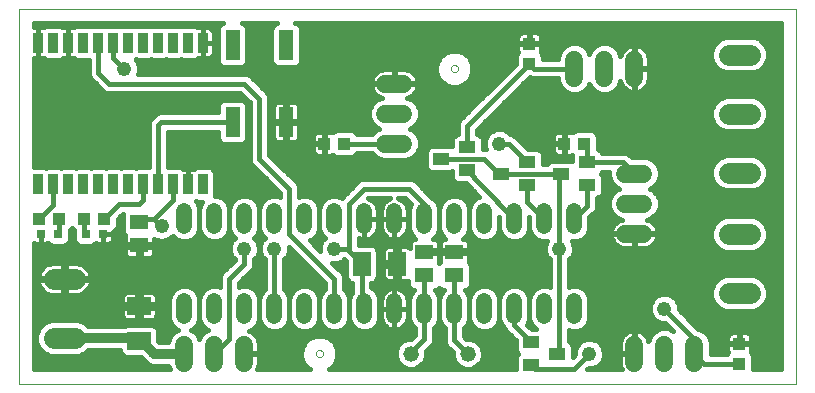
<source format=gtl>
G75*
G70*
%OFA0B0*%
%FSLAX24Y24*%
%IPPOS*%
%LPD*%
%AMOC8*
5,1,8,0,0,1.08239X$1,22.5*
%
%ADD10C,0.0000*%
%ADD11C,0.0520*%
%ADD12C,0.0600*%
%ADD13C,0.0705*%
%ADD14R,0.0630X0.0512*%
%ADD15R,0.0394X0.0433*%
%ADD16R,0.0315X0.0315*%
%ADD17R,0.0500X0.1000*%
%ADD18R,0.0787X0.0591*%
%ADD19R,0.0591X0.0787*%
%ADD20C,0.0520*%
%ADD21R,0.0551X0.0394*%
%ADD22R,0.0433X0.0394*%
%ADD23R,0.0320X0.0660*%
%ADD24C,0.0320*%
%ADD25C,0.0160*%
%ADD26C,0.0480*%
D10*
X001562Y001145D02*
X001562Y013641D01*
X027432Y013641D01*
X027432Y001145D01*
X001562Y001145D01*
X011442Y002145D02*
X011444Y002166D01*
X011450Y002187D01*
X011459Y002207D01*
X011472Y002224D01*
X011487Y002239D01*
X011505Y002251D01*
X011525Y002259D01*
X011546Y002264D01*
X011567Y002265D01*
X011589Y002262D01*
X011609Y002255D01*
X011628Y002245D01*
X011645Y002232D01*
X011659Y002216D01*
X011670Y002197D01*
X011678Y002177D01*
X011682Y002156D01*
X011682Y002134D01*
X011678Y002113D01*
X011670Y002093D01*
X011659Y002074D01*
X011645Y002058D01*
X011628Y002045D01*
X011609Y002035D01*
X011589Y002028D01*
X011567Y002025D01*
X011546Y002026D01*
X011525Y002031D01*
X011505Y002039D01*
X011487Y002051D01*
X011472Y002066D01*
X011459Y002083D01*
X011450Y002103D01*
X011444Y002124D01*
X011442Y002145D01*
X015942Y011645D02*
X015944Y011666D01*
X015950Y011687D01*
X015959Y011707D01*
X015972Y011724D01*
X015987Y011739D01*
X016005Y011751D01*
X016025Y011759D01*
X016046Y011764D01*
X016067Y011765D01*
X016089Y011762D01*
X016109Y011755D01*
X016128Y011745D01*
X016145Y011732D01*
X016159Y011716D01*
X016170Y011697D01*
X016178Y011677D01*
X016182Y011656D01*
X016182Y011634D01*
X016178Y011613D01*
X016170Y011593D01*
X016159Y011574D01*
X016145Y011558D01*
X016128Y011545D01*
X016109Y011535D01*
X016089Y011528D01*
X016067Y011525D01*
X016046Y011526D01*
X016025Y011531D01*
X016005Y011539D01*
X015987Y011551D01*
X015972Y011566D01*
X015959Y011583D01*
X015950Y011603D01*
X015944Y011624D01*
X015942Y011645D01*
D11*
X016062Y006905D02*
X016062Y006385D01*
X015062Y006385D02*
X015062Y006905D01*
X014062Y006905D02*
X014062Y006385D01*
X013062Y006385D02*
X013062Y006905D01*
X012062Y006905D02*
X012062Y006385D01*
X011062Y006385D02*
X011062Y006905D01*
X010062Y006905D02*
X010062Y006385D01*
X009062Y006385D02*
X009062Y006905D01*
X008062Y006905D02*
X008062Y006385D01*
X007062Y006385D02*
X007062Y006905D01*
X007062Y003905D02*
X007062Y003385D01*
X008062Y003385D02*
X008062Y003905D01*
X009062Y003905D02*
X009062Y003385D01*
X010062Y003385D02*
X010062Y003905D01*
X011062Y003905D02*
X011062Y003385D01*
X012062Y003385D02*
X012062Y003905D01*
X013062Y003905D02*
X013062Y003385D01*
X014062Y003385D02*
X014062Y003905D01*
X015062Y003905D02*
X015062Y003385D01*
X016062Y003385D02*
X016062Y003905D01*
X017062Y003905D02*
X017062Y003385D01*
X018062Y003385D02*
X018062Y003905D01*
X019062Y003905D02*
X019062Y003385D01*
X020062Y003385D02*
X020062Y003905D01*
X020062Y006385D02*
X020062Y006905D01*
X019062Y006905D02*
X019062Y006385D01*
X018062Y006385D02*
X018062Y006905D01*
X017062Y006905D02*
X017062Y006385D01*
D12*
X021762Y006145D02*
X022362Y006145D01*
X022362Y007145D02*
X021762Y007145D01*
X021762Y008145D02*
X022362Y008145D01*
X022062Y011345D02*
X022062Y011945D01*
X021062Y011945D02*
X021062Y011345D01*
X020062Y011345D02*
X020062Y011945D01*
X014362Y011145D02*
X013762Y011145D01*
X013762Y010145D02*
X014362Y010145D01*
X014362Y009145D02*
X013762Y009145D01*
X009062Y002445D02*
X009062Y001845D01*
X008062Y001845D02*
X008062Y002445D01*
X007062Y002445D02*
X007062Y001845D01*
X022062Y001845D02*
X022062Y002445D01*
X023062Y002445D02*
X023062Y001845D01*
X024062Y001845D02*
X024062Y002445D01*
D13*
X025210Y004161D02*
X025915Y004161D01*
X025915Y006129D02*
X025210Y006129D01*
X025217Y008177D02*
X025922Y008177D01*
X025922Y010145D02*
X025217Y010145D01*
X025217Y012114D02*
X025922Y012114D01*
X003415Y004629D02*
X002710Y004629D01*
X002710Y002661D02*
X003415Y002661D01*
D14*
X005562Y005752D03*
X005562Y006539D03*
X015062Y005539D03*
X016062Y005539D03*
X016062Y004752D03*
X015062Y004752D03*
D15*
X012397Y009145D03*
X011727Y009145D03*
X004397Y006645D03*
X003727Y006645D03*
X002897Y006645D03*
X002227Y006645D03*
X019727Y009145D03*
X020397Y009145D03*
D16*
X004357Y006145D03*
X003767Y006145D03*
X002857Y006145D03*
X002267Y006145D03*
D17*
X008672Y009865D03*
X010452Y009865D03*
X010452Y012425D03*
X008672Y012425D03*
D18*
X005562Y003736D03*
X005562Y002555D03*
D19*
X012971Y005145D03*
X014153Y005145D03*
D20*
X014612Y002145D03*
X016512Y002145D03*
D21*
X018629Y001771D03*
X019495Y002145D03*
X018629Y002519D03*
X018495Y007771D03*
X017629Y008145D03*
X018495Y008519D03*
X019629Y008145D03*
X020495Y007771D03*
X020495Y008519D03*
X016495Y008271D03*
X015629Y008645D03*
X016495Y009019D03*
D22*
X018562Y011811D03*
X018562Y012480D03*
X025562Y002480D03*
X025562Y001811D03*
D23*
X007692Y007783D03*
X007192Y007783D03*
X006692Y007783D03*
X006192Y007783D03*
X005692Y007783D03*
X005192Y007783D03*
X004692Y007783D03*
X004192Y007783D03*
X003692Y007783D03*
X003192Y007783D03*
X002692Y007783D03*
X002192Y007783D03*
X002192Y012507D03*
X002692Y012507D03*
X003192Y012507D03*
X003692Y012507D03*
X004192Y012507D03*
X004692Y012507D03*
X005192Y012507D03*
X005692Y012507D03*
X006192Y012507D03*
X006692Y012507D03*
X007192Y012507D03*
X007692Y012507D03*
D24*
X005456Y002661D02*
X003062Y002661D01*
X005456Y002661D02*
X005562Y002555D01*
X005653Y002555D01*
X006062Y002145D01*
X007062Y002145D01*
D25*
X006522Y001745D02*
X006522Y001738D01*
X006569Y001625D01*
X002042Y001625D01*
X002042Y005819D01*
X002086Y005808D01*
X002267Y005808D01*
X002448Y005808D01*
X002494Y005820D01*
X002516Y005833D01*
X002564Y005784D01*
X002652Y005748D01*
X003063Y005748D01*
X003151Y005784D01*
X003218Y005852D01*
X003255Y005940D01*
X003255Y006251D01*
X003297Y006293D01*
X003312Y006329D01*
X003327Y006293D01*
X003369Y006251D01*
X003369Y005940D01*
X003406Y005852D01*
X003473Y005784D01*
X003562Y005748D01*
X003972Y005748D01*
X004060Y005784D01*
X004108Y005833D01*
X004130Y005820D01*
X004176Y005808D01*
X004357Y005808D01*
X004357Y006145D01*
X004357Y006145D01*
X004357Y005808D01*
X004538Y005808D01*
X004584Y005820D01*
X004625Y005844D01*
X004659Y005877D01*
X004682Y005918D01*
X004695Y005964D01*
X004695Y006145D01*
X004357Y006145D01*
X004357Y006145D01*
X004695Y006145D01*
X004695Y006211D01*
X004729Y006225D01*
X004797Y006293D01*
X004834Y006381D01*
X004834Y006630D01*
X005007Y006803D01*
X005007Y006235D01*
X005044Y006147D01*
X005092Y006099D01*
X005079Y006077D01*
X005067Y006031D01*
X005067Y005799D01*
X005514Y005799D01*
X005514Y005704D01*
X005067Y005704D01*
X005067Y005472D01*
X005079Y005426D01*
X005103Y005385D01*
X005137Y005352D01*
X005178Y005328D01*
X005223Y005316D01*
X005514Y005316D01*
X005514Y005704D01*
X005610Y005704D01*
X005610Y005799D01*
X006057Y005799D01*
X006057Y005981D01*
X006217Y005915D01*
X006407Y005915D01*
X006584Y005988D01*
X006668Y006072D01*
X006779Y005961D01*
X006963Y005885D01*
X007161Y005885D01*
X007345Y005961D01*
X007486Y006102D01*
X007562Y006286D01*
X007638Y006102D01*
X007779Y005961D01*
X007963Y005885D01*
X008161Y005885D01*
X008345Y005961D01*
X008486Y006102D01*
X008562Y006286D01*
X008562Y007005D01*
X008486Y007188D01*
X008345Y007329D01*
X008161Y007405D01*
X008092Y007405D01*
X008092Y007405D01*
X008092Y008161D01*
X008055Y008249D01*
X007988Y008316D01*
X007900Y008353D01*
X007484Y008353D01*
X007396Y008316D01*
X007373Y008293D01*
X007192Y008293D01*
X007192Y007783D01*
X007192Y007783D01*
X007192Y008293D01*
X007011Y008293D01*
X006988Y008316D01*
X006900Y008353D01*
X006512Y008353D01*
X006512Y009545D01*
X008182Y009545D01*
X008182Y009317D01*
X008219Y009229D01*
X008286Y009162D01*
X008374Y009125D01*
X008970Y009125D01*
X009058Y009162D01*
X009125Y009229D01*
X009162Y009317D01*
X009162Y010413D01*
X009125Y010501D01*
X009058Y010569D01*
X008970Y010605D01*
X008374Y010605D01*
X008286Y010569D01*
X008219Y010501D01*
X008182Y010413D01*
X008182Y010185D01*
X006218Y010185D01*
X006101Y010137D01*
X006011Y010046D01*
X005921Y009956D01*
X005872Y009839D01*
X005872Y008353D01*
X005484Y008353D01*
X005442Y008336D01*
X005400Y008353D01*
X004984Y008353D01*
X004942Y008336D01*
X004900Y008353D01*
X004484Y008353D01*
X004442Y008336D01*
X004400Y008353D01*
X003984Y008353D01*
X003942Y008336D01*
X003900Y008353D01*
X003484Y008353D01*
X003442Y008336D01*
X003400Y008353D01*
X002984Y008353D01*
X002942Y008336D01*
X002900Y008353D01*
X002484Y008353D01*
X002442Y008336D01*
X002400Y008353D01*
X002042Y008353D01*
X002042Y011997D01*
X002192Y011997D01*
X002373Y011997D01*
X002396Y011974D01*
X002484Y011937D01*
X002900Y011937D01*
X002988Y011974D01*
X003011Y011997D01*
X003192Y011997D01*
X003373Y011997D01*
X003396Y011974D01*
X003484Y011937D01*
X003872Y011937D01*
X003872Y011452D01*
X003921Y011334D01*
X004011Y011244D01*
X004381Y010874D01*
X004498Y010825D01*
X008929Y010825D01*
X009242Y010513D01*
X009242Y008582D01*
X009291Y008464D01*
X009381Y008374D01*
X010242Y007513D01*
X010242Y007372D01*
X010161Y007405D01*
X009963Y007405D01*
X009779Y007329D01*
X009638Y007188D01*
X009562Y007005D01*
X009562Y006286D01*
X009638Y006102D01*
X009739Y006001D01*
X009655Y005917D01*
X009582Y005741D01*
X009582Y005550D01*
X009655Y005373D01*
X009742Y005286D01*
X009742Y004292D01*
X009638Y004188D01*
X009562Y004005D01*
X009562Y003286D01*
X009638Y003102D01*
X009779Y002961D01*
X009963Y002885D01*
X010161Y002885D01*
X010345Y002961D01*
X010486Y003102D01*
X010562Y003286D01*
X010638Y003102D01*
X010779Y002961D01*
X010963Y002885D01*
X011161Y002885D01*
X011345Y002961D01*
X011486Y003102D01*
X011562Y003286D01*
X011562Y004005D01*
X011486Y004188D01*
X011345Y004329D01*
X011161Y004405D01*
X010963Y004405D01*
X010779Y004329D01*
X010638Y004188D01*
X010562Y004005D01*
X010562Y003286D01*
X010562Y004005D01*
X010486Y004188D01*
X010382Y004292D01*
X010382Y005286D01*
X010469Y005373D01*
X010542Y005550D01*
X010542Y005713D01*
X011742Y004513D01*
X011742Y004292D01*
X011638Y004188D01*
X011562Y004005D01*
X011562Y003286D01*
X011638Y003102D01*
X011779Y002961D01*
X011963Y002885D01*
X012161Y002885D01*
X012345Y002961D01*
X012486Y003102D01*
X012562Y003286D01*
X012638Y003102D01*
X012779Y002961D01*
X012963Y002885D01*
X013161Y002885D01*
X013345Y002961D01*
X013486Y003102D01*
X013562Y003286D01*
X013562Y004005D01*
X013486Y004188D01*
X013345Y004329D01*
X013291Y004351D01*
X013291Y004512D01*
X013314Y004512D01*
X013403Y004548D01*
X013470Y004616D01*
X013507Y004704D01*
X013507Y005587D01*
X013470Y005675D01*
X013403Y005742D01*
X013314Y005779D01*
X012882Y005779D01*
X012882Y005983D01*
X012893Y005977D01*
X012959Y005956D01*
X013027Y005945D01*
X013062Y005945D01*
X013097Y005945D01*
X013165Y005956D01*
X013231Y005977D01*
X013293Y006009D01*
X013349Y006050D01*
X013398Y006099D01*
X013438Y006155D01*
X013470Y006216D01*
X013491Y006282D01*
X013502Y006351D01*
X013502Y006645D01*
X013062Y006645D01*
X013062Y005945D01*
X013062Y006645D01*
X013062Y006645D01*
X013062Y006645D01*
X013502Y006645D01*
X013502Y006940D01*
X013491Y007008D01*
X013470Y007074D01*
X013438Y007136D01*
X013398Y007192D01*
X013349Y007241D01*
X013293Y007282D01*
X013231Y007313D01*
X013194Y007325D01*
X013195Y007325D01*
X013931Y007325D01*
X013893Y007313D01*
X013831Y007282D01*
X013775Y007241D01*
X013726Y007192D01*
X013686Y007136D01*
X013654Y007074D01*
X013633Y007008D01*
X013622Y006940D01*
X013622Y006645D01*
X013622Y006351D01*
X013633Y006282D01*
X013654Y006216D01*
X013686Y006155D01*
X013726Y006099D01*
X013775Y006050D01*
X013831Y006009D01*
X013893Y005977D01*
X013959Y005956D01*
X014027Y005945D01*
X014062Y005945D01*
X014097Y005945D01*
X014165Y005956D01*
X014231Y005977D01*
X014293Y006009D01*
X014349Y006050D01*
X014398Y006099D01*
X014438Y006155D01*
X014470Y006216D01*
X014491Y006282D01*
X014502Y006351D01*
X014502Y006645D01*
X014062Y006645D01*
X014062Y005945D01*
X014062Y006645D01*
X014062Y006645D01*
X014062Y006645D01*
X013622Y006645D01*
X014062Y006645D01*
X014062Y006645D01*
X014502Y006645D01*
X014502Y006940D01*
X014491Y007008D01*
X014470Y007074D01*
X014438Y007136D01*
X014398Y007192D01*
X014349Y007241D01*
X014293Y007282D01*
X014231Y007313D01*
X014193Y007325D01*
X014429Y007325D01*
X014617Y007138D01*
X014562Y007005D01*
X014562Y006286D01*
X014638Y006102D01*
X014765Y005975D01*
X014723Y005975D01*
X014678Y005963D01*
X014637Y005939D01*
X014603Y005905D01*
X014579Y005864D01*
X014567Y005819D01*
X014567Y005674D01*
X014558Y005683D01*
X014517Y005707D01*
X014472Y005719D01*
X014220Y005719D01*
X014220Y005213D01*
X014085Y005213D01*
X014085Y005719D01*
X013834Y005719D01*
X013788Y005707D01*
X013747Y005683D01*
X013713Y005649D01*
X013690Y005608D01*
X013677Y005563D01*
X013677Y005213D01*
X014085Y005213D01*
X014085Y005078D01*
X013677Y005078D01*
X013677Y004728D01*
X013690Y004682D01*
X013713Y004641D01*
X013747Y004607D01*
X013788Y004584D01*
X013834Y004572D01*
X014085Y004572D01*
X014085Y005078D01*
X014220Y005078D01*
X014220Y004572D01*
X014472Y004572D01*
X014507Y004581D01*
X014507Y004448D01*
X014544Y004360D01*
X014611Y004292D01*
X014699Y004256D01*
X014705Y004256D01*
X014638Y004188D01*
X014562Y004005D01*
X014562Y003286D01*
X014638Y003102D01*
X014742Y002998D01*
X014742Y002778D01*
X014609Y002645D01*
X014513Y002645D01*
X014329Y002569D01*
X014188Y002428D01*
X014112Y002245D01*
X014112Y002046D01*
X014188Y001862D01*
X014329Y001721D01*
X014513Y001645D01*
X011911Y001645D01*
X011902Y001637D02*
X012071Y001805D01*
X012162Y002026D01*
X012162Y002265D01*
X012071Y002485D01*
X011902Y002654D01*
X011681Y002745D01*
X011443Y002745D01*
X011222Y002654D01*
X011053Y002485D01*
X010962Y002265D01*
X010962Y002026D01*
X011053Y001805D01*
X011222Y001637D01*
X011250Y001625D01*
X009489Y001625D01*
X009507Y001661D01*
X009530Y001733D01*
X009542Y001807D01*
X009542Y002125D01*
X009082Y002125D01*
X009082Y002165D01*
X009542Y002165D01*
X009542Y002483D01*
X009530Y002558D01*
X009507Y002629D01*
X009473Y002697D01*
X009428Y002758D01*
X009375Y002811D01*
X009314Y002856D01*
X009246Y002890D01*
X009205Y002903D01*
X009345Y002961D01*
X009486Y003102D01*
X009562Y003286D01*
X009562Y004005D01*
X009486Y004188D01*
X009345Y004329D01*
X009161Y004405D01*
X008963Y004405D01*
X008882Y004372D01*
X008882Y004513D01*
X009243Y004874D01*
X009243Y004874D01*
X009333Y004964D01*
X009382Y005082D01*
X009382Y005286D01*
X009469Y005373D01*
X009542Y005550D01*
X009542Y005741D01*
X009469Y005917D01*
X009385Y006001D01*
X009486Y006102D01*
X009562Y006286D01*
X009562Y007005D01*
X009486Y007188D01*
X009345Y007329D01*
X009161Y007405D01*
X008963Y007405D01*
X008779Y007329D01*
X008638Y007188D01*
X008562Y007005D01*
X008562Y006286D01*
X008638Y006102D01*
X008739Y006001D01*
X008655Y005917D01*
X008582Y005741D01*
X008582Y005550D01*
X008655Y005373D01*
X008742Y005286D01*
X008742Y005278D01*
X008381Y004917D01*
X008381Y004917D01*
X008291Y004826D01*
X008242Y004709D01*
X008242Y004372D01*
X008161Y004405D01*
X007963Y004405D01*
X007779Y004329D01*
X007638Y004188D01*
X007562Y004005D01*
X007486Y004188D01*
X007345Y004329D01*
X007161Y004405D01*
X006963Y004405D01*
X006779Y004329D01*
X006638Y004188D01*
X006562Y004005D01*
X006562Y003286D01*
X006638Y003102D01*
X006779Y002961D01*
X006838Y002937D01*
X006756Y002903D01*
X006604Y002751D01*
X006522Y002553D01*
X006522Y002545D01*
X006228Y002545D01*
X006196Y002577D01*
X006196Y002898D01*
X006159Y002986D01*
X006092Y003053D01*
X006003Y003090D01*
X005121Y003090D01*
X005051Y003061D01*
X003852Y003061D01*
X003750Y003163D01*
X003532Y003253D01*
X002592Y003253D01*
X002374Y003163D01*
X002207Y002997D01*
X002117Y002779D01*
X002117Y002543D01*
X002207Y002325D01*
X002374Y002159D01*
X002592Y002068D01*
X003532Y002068D01*
X003750Y002159D01*
X003852Y002261D01*
X004928Y002261D01*
X004928Y002212D01*
X004965Y002123D01*
X005032Y002056D01*
X005121Y002019D01*
X005622Y002019D01*
X005723Y001919D01*
X005835Y001806D01*
X005982Y001745D01*
X006522Y001745D01*
X006560Y001645D02*
X002042Y001645D01*
X002042Y001804D02*
X005841Y001804D01*
X005679Y001962D02*
X002042Y001962D01*
X002042Y002121D02*
X002466Y002121D01*
X002253Y002279D02*
X002042Y002279D01*
X002042Y002438D02*
X002161Y002438D01*
X002117Y002596D02*
X002042Y002596D01*
X002042Y002755D02*
X002117Y002755D01*
X002173Y002913D02*
X002042Y002913D01*
X002042Y003072D02*
X002282Y003072D01*
X002042Y003230D02*
X002536Y003230D01*
X002042Y003389D02*
X004996Y003389D01*
X005001Y003371D02*
X005024Y003330D01*
X005058Y003296D01*
X005099Y003273D01*
X005145Y003261D01*
X005494Y003261D01*
X005494Y003668D01*
X004988Y003668D01*
X004988Y003417D01*
X005001Y003371D01*
X004988Y003547D02*
X002042Y003547D01*
X002042Y003706D02*
X005494Y003706D01*
X005494Y003668D02*
X005494Y003803D01*
X004988Y003803D01*
X004988Y004055D01*
X005001Y004101D01*
X005024Y004142D01*
X005058Y004175D01*
X005099Y004199D01*
X005145Y004211D01*
X005494Y004211D01*
X005494Y003803D01*
X005630Y003803D01*
X006136Y003803D01*
X006136Y004055D01*
X006123Y004101D01*
X006100Y004142D01*
X006066Y004175D01*
X006025Y004199D01*
X005979Y004211D01*
X005630Y004211D01*
X005630Y003803D01*
X005630Y003668D01*
X006136Y003668D01*
X006136Y003417D01*
X006123Y003371D01*
X006100Y003330D01*
X006066Y003296D01*
X006025Y003273D01*
X005979Y003261D01*
X005630Y003261D01*
X005630Y003668D01*
X005494Y003668D01*
X005494Y003547D02*
X005630Y003547D01*
X005630Y003389D02*
X005494Y003389D01*
X005630Y003706D02*
X006562Y003706D01*
X006562Y003864D02*
X006136Y003864D01*
X006136Y004023D02*
X006569Y004023D01*
X006635Y004181D02*
X006056Y004181D01*
X005630Y004181D02*
X005494Y004181D01*
X005494Y004023D02*
X005630Y004023D01*
X005630Y003864D02*
X005494Y003864D01*
X004988Y003864D02*
X002042Y003864D01*
X002042Y004023D02*
X004988Y004023D01*
X005068Y004181D02*
X003703Y004181D01*
X003694Y004174D02*
X003761Y004223D01*
X003821Y004283D01*
X003870Y004350D01*
X003908Y004425D01*
X003934Y004505D01*
X003947Y004588D01*
X003947Y004592D01*
X003100Y004592D01*
X003100Y004667D01*
X003947Y004667D01*
X003947Y004671D01*
X003934Y004754D01*
X003908Y004834D01*
X003870Y004909D01*
X003821Y004976D01*
X003761Y005036D01*
X003694Y005085D01*
X003619Y005123D01*
X003539Y005149D01*
X003456Y005162D01*
X003100Y005162D01*
X003100Y004667D01*
X003025Y004667D01*
X003025Y005162D01*
X002668Y005162D01*
X002585Y005149D01*
X002505Y005123D01*
X002430Y005085D01*
X002363Y005036D01*
X002303Y004976D01*
X002254Y004909D01*
X002216Y004834D01*
X002190Y004754D01*
X002177Y004671D01*
X002177Y004667D01*
X003024Y004667D01*
X003024Y004592D01*
X002177Y004592D01*
X002177Y004588D01*
X002190Y004505D01*
X002216Y004425D01*
X002254Y004350D01*
X002303Y004283D01*
X002363Y004223D01*
X002430Y004174D01*
X002505Y004136D01*
X002585Y004110D01*
X002668Y004097D01*
X003025Y004097D01*
X003025Y004592D01*
X003100Y004592D01*
X003100Y004097D01*
X003456Y004097D01*
X003539Y004110D01*
X003619Y004136D01*
X003694Y004174D01*
X003862Y004340D02*
X006804Y004340D01*
X007320Y004340D02*
X007804Y004340D01*
X007635Y004181D02*
X007489Y004181D01*
X007555Y004023D02*
X007569Y004023D01*
X007562Y004005D02*
X007562Y003286D01*
X007562Y004005D01*
X007562Y003864D02*
X007562Y003864D01*
X007562Y003706D02*
X007562Y003706D01*
X007562Y003547D02*
X007562Y003547D01*
X007562Y003389D02*
X007562Y003389D01*
X007562Y003286D02*
X007486Y003102D01*
X007345Y002961D01*
X007286Y002937D01*
X007368Y002903D01*
X007520Y002751D01*
X007562Y002649D01*
X007604Y002751D01*
X007756Y002903D01*
X007838Y002937D01*
X007779Y002961D01*
X007638Y003102D01*
X007562Y003286D01*
X007539Y003230D02*
X007585Y003230D01*
X007668Y003072D02*
X007456Y003072D01*
X007343Y002913D02*
X007781Y002913D01*
X007608Y002755D02*
X007516Y002755D01*
X006781Y002913D02*
X006189Y002913D01*
X006196Y002755D02*
X006608Y002755D01*
X006540Y002596D02*
X006196Y002596D01*
X006047Y003072D02*
X006668Y003072D01*
X006585Y003230D02*
X003588Y003230D01*
X003842Y003072D02*
X005077Y003072D01*
X006128Y003389D02*
X006562Y003389D01*
X006562Y003547D02*
X006136Y003547D01*
X008242Y004498D02*
X003932Y004498D01*
X003914Y004815D02*
X008286Y004815D01*
X008242Y004657D02*
X003100Y004657D01*
X003024Y004657D02*
X002042Y004657D01*
X002042Y004815D02*
X002210Y004815D01*
X002301Y004974D02*
X002042Y004974D01*
X002042Y005132D02*
X002534Y005132D01*
X002042Y005291D02*
X008738Y005291D01*
X008596Y005132D02*
X003590Y005132D01*
X003823Y004974D02*
X008438Y004974D01*
X008562Y004645D02*
X009062Y005145D01*
X009062Y005645D01*
X009500Y005449D02*
X009624Y005449D01*
X009582Y005608D02*
X009542Y005608D01*
X009531Y005766D02*
X009593Y005766D01*
X009663Y005925D02*
X009461Y005925D01*
X009467Y006083D02*
X009657Y006083D01*
X009580Y006242D02*
X009544Y006242D01*
X009562Y006400D02*
X009562Y006400D01*
X009562Y006559D02*
X009562Y006559D01*
X009562Y006717D02*
X009562Y006717D01*
X009562Y006876D02*
X009562Y006876D01*
X009550Y007034D02*
X009574Y007034D01*
X009642Y007193D02*
X009482Y007193D01*
X009292Y007351D02*
X009832Y007351D01*
X010086Y007668D02*
X008092Y007668D01*
X008092Y007510D02*
X010242Y007510D01*
X010562Y007645D02*
X009562Y008645D01*
X009562Y010645D01*
X009062Y011145D01*
X004562Y011145D01*
X004192Y011515D01*
X004192Y012507D01*
X004692Y012507D02*
X004692Y012015D01*
X005062Y011645D01*
X005507Y011465D02*
X005542Y011550D01*
X005542Y011741D01*
X005469Y011917D01*
X005434Y011952D01*
X005442Y011955D01*
X005484Y011937D01*
X005900Y011937D01*
X005942Y011955D01*
X005984Y011937D01*
X006400Y011937D01*
X006442Y011955D01*
X006484Y011937D01*
X006900Y011937D01*
X006942Y011955D01*
X006984Y011937D01*
X007400Y011937D01*
X007488Y011974D01*
X007511Y011997D01*
X007692Y011997D01*
X007876Y011997D01*
X007921Y012010D01*
X007962Y012033D01*
X007996Y012067D01*
X008020Y012108D01*
X008032Y012154D01*
X008032Y012507D01*
X007692Y012507D01*
X007692Y011997D01*
X007692Y012507D01*
X007692Y012507D01*
X007692Y012507D01*
X008032Y012507D01*
X008032Y012861D01*
X008020Y012907D01*
X007996Y012948D01*
X007962Y012981D01*
X007921Y013005D01*
X007876Y013017D01*
X007692Y013017D01*
X007692Y012507D01*
X007692Y012507D01*
X007692Y013017D01*
X007511Y013017D01*
X007488Y013041D01*
X007400Y013077D01*
X006984Y013077D01*
X006942Y013060D01*
X006900Y013077D01*
X006484Y013077D01*
X006442Y013060D01*
X006400Y013077D01*
X005984Y013077D01*
X005942Y013060D01*
X005900Y013077D01*
X005484Y013077D01*
X005442Y013060D01*
X005400Y013077D01*
X004984Y013077D01*
X004942Y013060D01*
X004900Y013077D01*
X004484Y013077D01*
X004442Y013060D01*
X004400Y013077D01*
X003984Y013077D01*
X003942Y013060D01*
X003900Y013077D01*
X003484Y013077D01*
X003396Y013041D01*
X003373Y013017D01*
X003192Y013017D01*
X003192Y012507D01*
X003192Y011997D01*
X003192Y012507D01*
X003192Y012507D01*
X003192Y012507D01*
X003192Y013017D01*
X003011Y013017D01*
X002988Y013041D01*
X002900Y013077D01*
X002484Y013077D01*
X002396Y013041D01*
X002373Y013017D01*
X002192Y013017D01*
X002192Y012507D01*
X002192Y011997D01*
X002192Y012507D01*
X002192Y012507D01*
X002192Y012507D01*
X002192Y013017D01*
X002042Y013017D01*
X002042Y013161D01*
X008365Y013161D01*
X008286Y013129D01*
X008219Y013061D01*
X008182Y012973D01*
X008182Y011877D01*
X008219Y011789D01*
X005522Y011789D01*
X005542Y011631D02*
X015462Y011631D01*
X015462Y011526D02*
X015553Y011305D01*
X015722Y011137D01*
X015943Y011045D01*
X016181Y011045D01*
X016402Y011137D01*
X016571Y011305D01*
X016662Y011526D01*
X016662Y011765D01*
X016571Y011985D01*
X016402Y012154D01*
X016181Y012245D01*
X015943Y012245D01*
X015722Y012154D01*
X015553Y011985D01*
X015462Y011765D01*
X015462Y011526D01*
X015484Y011472D02*
X014714Y011472D01*
X014728Y011458D02*
X014675Y011511D01*
X014614Y011556D01*
X014546Y011590D01*
X014474Y011613D01*
X014400Y011625D01*
X014082Y011625D01*
X014082Y011165D01*
X014842Y011165D01*
X014842Y011183D01*
X014830Y011258D01*
X014807Y011329D01*
X014773Y011397D01*
X014728Y011458D01*
X014812Y011314D02*
X015550Y011314D01*
X015703Y011155D02*
X014082Y011155D01*
X014082Y011165D02*
X014082Y011125D01*
X014842Y011125D01*
X014842Y011107D01*
X014830Y011033D01*
X014807Y010961D01*
X014773Y010894D01*
X014728Y010833D01*
X014675Y010779D01*
X014614Y010735D01*
X014546Y010700D01*
X014483Y010680D01*
X016979Y010680D01*
X017137Y010838D02*
X014732Y010838D01*
X014818Y010997D02*
X017296Y010997D01*
X017454Y011155D02*
X016421Y011155D01*
X016574Y011314D02*
X017613Y011314D01*
X017771Y011472D02*
X016640Y011472D01*
X016662Y011631D02*
X017930Y011631D01*
X018088Y011789D02*
X016652Y011789D01*
X016586Y011948D02*
X018105Y011948D01*
X018105Y012055D02*
X018105Y011807D01*
X016224Y009925D01*
X016175Y009807D01*
X016175Y009456D01*
X016172Y009456D01*
X016084Y009420D01*
X016016Y009352D01*
X015979Y009264D01*
X015979Y009071D01*
X015952Y009082D01*
X015306Y009082D01*
X015217Y009046D01*
X015150Y008978D01*
X015113Y008890D01*
X015113Y008401D01*
X015150Y008312D01*
X015217Y008245D01*
X015306Y008208D01*
X015952Y008208D01*
X015979Y008220D01*
X015979Y008027D01*
X016016Y007938D01*
X016084Y007871D01*
X016172Y007834D01*
X016454Y007834D01*
X016661Y007600D01*
X016665Y007590D01*
X016703Y007552D01*
X016738Y007512D01*
X016747Y007507D01*
X016883Y007372D01*
X016779Y007329D01*
X016638Y007188D01*
X016562Y007005D01*
X016486Y007188D01*
X016345Y007329D01*
X016161Y007405D01*
X015963Y007405D01*
X015779Y007329D01*
X015638Y007188D01*
X015562Y007005D01*
X015486Y007188D01*
X015345Y007329D01*
X015320Y007339D01*
X014833Y007826D01*
X014743Y007917D01*
X014626Y007965D01*
X012998Y007965D01*
X012881Y007917D01*
X012381Y007417D01*
X012309Y007344D01*
X012161Y007405D01*
X011963Y007405D01*
X011779Y007329D01*
X011638Y007188D01*
X011562Y007005D01*
X011486Y007188D01*
X011345Y007329D01*
X011161Y007405D01*
X010963Y007405D01*
X010882Y007372D01*
X010882Y007709D01*
X010833Y007826D01*
X009882Y008778D01*
X009882Y010709D01*
X009833Y010826D01*
X009333Y011326D01*
X009243Y011417D01*
X009126Y011465D01*
X005507Y011465D01*
X005510Y011472D02*
X013410Y011472D01*
X013396Y011458D02*
X013449Y011511D01*
X013510Y011556D01*
X013578Y011590D01*
X013650Y011613D01*
X013724Y011625D01*
X014042Y011625D01*
X014042Y011165D01*
X014042Y011125D01*
X013282Y011125D01*
X013282Y011107D01*
X013294Y011033D01*
X013317Y010961D01*
X013351Y010894D01*
X013396Y010833D01*
X013449Y010779D01*
X013510Y010735D01*
X013578Y010700D01*
X013641Y010680D01*
X009882Y010680D01*
X009882Y010521D02*
X010112Y010521D01*
X010091Y010509D02*
X010058Y010476D01*
X010034Y010435D01*
X010022Y010389D01*
X010022Y009910D01*
X010407Y009910D01*
X010407Y009820D01*
X010497Y009820D01*
X010497Y009185D01*
X010726Y009185D01*
X010771Y009197D01*
X010813Y009221D01*
X010846Y009255D01*
X010870Y009296D01*
X010882Y009342D01*
X010882Y009820D01*
X010497Y009820D01*
X010497Y009910D01*
X010882Y009910D01*
X010882Y010389D01*
X010870Y010435D01*
X010846Y010476D01*
X010813Y010509D01*
X010771Y010533D01*
X010726Y010545D01*
X010497Y010545D01*
X010497Y009910D01*
X010407Y009910D01*
X010407Y010545D01*
X010178Y010545D01*
X010133Y010533D01*
X010091Y010509D01*
X010022Y010363D02*
X009882Y010363D01*
X009882Y010204D02*
X010022Y010204D01*
X010022Y010046D02*
X009882Y010046D01*
X009882Y009887D02*
X010407Y009887D01*
X010407Y009820D02*
X010022Y009820D01*
X010022Y009342D01*
X010034Y009296D01*
X010058Y009255D01*
X010091Y009221D01*
X010133Y009197D01*
X010178Y009185D01*
X010407Y009185D01*
X010407Y009820D01*
X010407Y009729D02*
X010497Y009729D01*
X010497Y009570D02*
X010407Y009570D01*
X010407Y009412D02*
X010497Y009412D01*
X010497Y009253D02*
X010407Y009253D01*
X010059Y009253D02*
X009882Y009253D01*
X009882Y009095D02*
X011351Y009095D01*
X011351Y009127D02*
X011351Y008905D01*
X011363Y008859D01*
X011386Y008818D01*
X011420Y008785D01*
X011461Y008761D01*
X011507Y008749D01*
X011709Y008749D01*
X011709Y009127D01*
X011351Y009127D01*
X011351Y009164D02*
X011709Y009164D01*
X011709Y009542D01*
X011507Y009542D01*
X011461Y009529D01*
X011420Y009506D01*
X011386Y009472D01*
X011363Y009431D01*
X011351Y009385D01*
X011351Y009164D01*
X011351Y009253D02*
X010845Y009253D01*
X010882Y009412D02*
X011358Y009412D01*
X011709Y009412D02*
X011746Y009412D01*
X011746Y009542D02*
X011948Y009542D01*
X011994Y009529D01*
X012016Y009517D01*
X012064Y009565D01*
X012152Y009602D01*
X012641Y009602D01*
X012729Y009565D01*
X012797Y009498D01*
X012810Y009465D01*
X013318Y009465D01*
X013456Y009603D01*
X013558Y009645D01*
X013456Y009687D01*
X013304Y009839D01*
X013222Y010038D01*
X013222Y010253D01*
X013304Y010451D01*
X013456Y010603D01*
X013641Y010680D01*
X013392Y010838D02*
X009822Y010838D01*
X009663Y010997D02*
X013306Y010997D01*
X013282Y011165D02*
X014042Y011165D01*
X014082Y011165D01*
X014042Y011155D02*
X009505Y011155D01*
X009346Y011314D02*
X013312Y011314D01*
X013317Y011329D02*
X013294Y011258D01*
X013282Y011183D01*
X013282Y011165D01*
X013317Y011329D02*
X013351Y011397D01*
X013396Y011458D01*
X014042Y011472D02*
X014082Y011472D01*
X014082Y011314D02*
X014042Y011314D01*
X014483Y010680D02*
X014668Y010603D01*
X014820Y010451D01*
X014902Y010253D01*
X014902Y010038D01*
X014820Y009839D01*
X014668Y009687D01*
X014566Y009645D01*
X014668Y009603D01*
X014820Y009451D01*
X014902Y009253D01*
X015979Y009253D01*
X015979Y009095D02*
X014902Y009095D01*
X014902Y009038D02*
X014902Y009253D01*
X014836Y009412D02*
X016076Y009412D01*
X016175Y009570D02*
X014701Y009570D01*
X014709Y009729D02*
X016175Y009729D01*
X016495Y009744D02*
X018562Y011811D01*
X018727Y011645D01*
X020062Y011645D01*
X019522Y011325D02*
X019522Y011238D01*
X019604Y011039D01*
X019756Y010887D01*
X019955Y010805D01*
X020169Y010805D01*
X020368Y010887D01*
X020520Y011039D01*
X020562Y011141D01*
X020604Y011039D01*
X020756Y010887D01*
X020955Y010805D01*
X021169Y010805D01*
X021368Y010887D01*
X021520Y011039D01*
X021597Y011225D01*
X021617Y011161D01*
X021651Y011094D01*
X021696Y011033D01*
X021749Y010979D01*
X021810Y010935D01*
X021878Y010900D01*
X021950Y010877D01*
X022024Y010865D01*
X022042Y010865D01*
X022042Y011625D01*
X022082Y011625D01*
X022082Y010865D01*
X022100Y010865D01*
X022174Y010877D01*
X022246Y010900D01*
X022314Y010935D01*
X022375Y010979D01*
X022428Y011033D01*
X022473Y011094D01*
X022507Y011161D01*
X022530Y011233D01*
X022542Y011307D01*
X022542Y011625D01*
X022082Y011625D01*
X022082Y011665D01*
X022542Y011665D01*
X022542Y011983D01*
X022530Y012058D01*
X022507Y012129D01*
X022473Y012197D01*
X022428Y012258D01*
X022375Y012311D01*
X022314Y012356D01*
X022246Y012390D01*
X022174Y012413D01*
X022100Y012425D01*
X022082Y012425D01*
X022082Y011665D01*
X022042Y011665D01*
X022042Y012425D01*
X022024Y012425D01*
X021950Y012413D01*
X021878Y012390D01*
X021810Y012356D01*
X021749Y012311D01*
X021696Y012258D01*
X021651Y012197D01*
X021617Y012129D01*
X021597Y012066D01*
X021520Y012251D01*
X021368Y012403D01*
X021169Y012485D01*
X020955Y012485D01*
X020756Y012403D01*
X020604Y012251D01*
X020562Y012149D01*
X020520Y012251D01*
X020368Y012403D01*
X020169Y012485D01*
X019955Y012485D01*
X019756Y012403D01*
X019604Y012251D01*
X019522Y012053D01*
X019522Y011965D01*
X019019Y011965D01*
X019019Y012055D01*
X018982Y012143D01*
X018934Y012192D01*
X018946Y012214D01*
X018959Y012259D01*
X018959Y012461D01*
X018580Y012461D01*
X018580Y012498D01*
X018544Y012498D01*
X018544Y012461D01*
X018165Y012461D01*
X018165Y012259D01*
X018178Y012214D01*
X018190Y012192D01*
X018142Y012143D01*
X018105Y012055D01*
X018127Y012106D02*
X016450Y012106D01*
X015674Y012106D02*
X010942Y012106D01*
X010942Y011948D02*
X015538Y011948D01*
X015472Y011789D02*
X010905Y011789D01*
X010942Y011877D01*
X010942Y012973D01*
X010905Y013061D01*
X010838Y013129D01*
X010759Y013161D01*
X026952Y013161D01*
X026952Y001625D01*
X026019Y001625D01*
X026019Y002055D01*
X025982Y002143D01*
X025934Y002192D01*
X025946Y002214D01*
X025959Y002259D01*
X025959Y002461D01*
X025580Y002461D01*
X025580Y002498D01*
X025544Y002498D01*
X025544Y002461D01*
X025165Y002461D01*
X025165Y002259D01*
X025178Y002214D01*
X025190Y002192D01*
X025142Y002143D01*
X025137Y002131D01*
X024602Y002131D01*
X024602Y002553D01*
X024520Y002751D01*
X024368Y002903D01*
X024178Y002982D01*
X023542Y003618D01*
X023542Y003741D01*
X023469Y003917D01*
X023334Y004052D01*
X023157Y004125D01*
X022967Y004125D01*
X022790Y004052D01*
X022655Y003917D01*
X022582Y003741D01*
X022582Y003550D01*
X022655Y003373D01*
X022790Y003238D01*
X022967Y003165D01*
X023089Y003165D01*
X023340Y002914D01*
X023169Y002985D01*
X022955Y002985D01*
X022756Y002903D01*
X022604Y002751D01*
X022528Y002566D01*
X022507Y002629D01*
X022473Y002697D01*
X022428Y002758D01*
X022375Y002811D01*
X022314Y002856D01*
X022246Y002890D01*
X022174Y002913D01*
X022100Y002925D01*
X022082Y002925D01*
X022082Y002165D01*
X022042Y002165D01*
X022042Y002125D01*
X021582Y002125D01*
X021582Y001807D01*
X021594Y001733D01*
X021617Y001661D01*
X021635Y001625D01*
X020495Y001625D01*
X020535Y001665D01*
X020657Y001665D01*
X020834Y001738D01*
X020969Y001873D01*
X021042Y002050D01*
X021042Y002241D01*
X020969Y002417D01*
X020834Y002552D01*
X020657Y002625D01*
X020467Y002625D01*
X020290Y002552D01*
X020155Y002417D01*
X020082Y002241D01*
X020082Y002118D01*
X020011Y002046D01*
X020011Y002390D01*
X019974Y002478D01*
X019907Y002546D01*
X019882Y002556D01*
X019882Y002919D01*
X019963Y002885D01*
X020161Y002885D01*
X020345Y002961D01*
X020486Y003102D01*
X020562Y003286D01*
X020562Y004005D01*
X020486Y004188D01*
X020345Y004329D01*
X020161Y004405D01*
X019963Y004405D01*
X019882Y004372D01*
X019882Y005286D01*
X019969Y005373D01*
X020042Y005550D01*
X020042Y005741D01*
X019982Y005885D01*
X020161Y005885D01*
X020345Y005961D01*
X020486Y006102D01*
X020562Y006286D01*
X020562Y006693D01*
X020766Y006897D01*
X020815Y007015D01*
X020815Y007334D01*
X020818Y007334D01*
X020907Y007371D01*
X020974Y007438D01*
X021011Y007527D01*
X021011Y008016D01*
X020974Y008104D01*
X020933Y008145D01*
X020974Y008186D01*
X020979Y008199D01*
X021222Y008199D01*
X021222Y008038D01*
X021304Y007839D01*
X021456Y007687D01*
X021558Y007645D01*
X021456Y007603D01*
X021304Y007451D01*
X021222Y007253D01*
X021222Y007038D01*
X021304Y006839D01*
X021456Y006687D01*
X021641Y006611D01*
X021578Y006590D01*
X021510Y006556D01*
X021449Y006511D01*
X021396Y006458D01*
X021351Y006397D01*
X021317Y006329D01*
X021294Y006258D01*
X021282Y006183D01*
X021282Y006165D01*
X022042Y006165D01*
X022042Y006125D01*
X022082Y006125D01*
X022082Y005665D01*
X022400Y005665D01*
X022474Y005677D01*
X022546Y005700D01*
X022614Y005735D01*
X022675Y005779D01*
X022728Y005833D01*
X022773Y005894D01*
X022807Y005961D01*
X022830Y006033D01*
X022842Y006107D01*
X022842Y006125D01*
X022082Y006125D01*
X022082Y006165D01*
X022842Y006165D01*
X022842Y006183D01*
X022830Y006258D01*
X022807Y006329D01*
X022773Y006397D01*
X022728Y006458D01*
X022675Y006511D01*
X022614Y006556D01*
X022546Y006590D01*
X022483Y006611D01*
X022668Y006687D01*
X022820Y006839D01*
X022902Y007038D01*
X022902Y007253D01*
X022820Y007451D01*
X022668Y007603D01*
X022566Y007645D01*
X022668Y007687D01*
X022820Y007839D01*
X022902Y008038D01*
X022902Y008253D01*
X022820Y008451D01*
X022668Y008603D01*
X022469Y008685D01*
X021975Y008685D01*
X021869Y008791D01*
X021752Y008839D01*
X020979Y008839D01*
X020974Y008852D01*
X020907Y008920D01*
X020834Y008950D01*
X020834Y009410D01*
X020797Y009498D01*
X020729Y009565D01*
X020641Y009602D01*
X020152Y009602D01*
X020064Y009565D01*
X020016Y009517D01*
X019994Y009529D01*
X019948Y009542D01*
X019746Y009542D01*
X019746Y009164D01*
X019709Y009164D01*
X019709Y009542D01*
X019507Y009542D01*
X019461Y009529D01*
X019420Y009506D01*
X019386Y009472D01*
X019363Y009431D01*
X019351Y009385D01*
X019351Y009164D01*
X019709Y009164D01*
X019709Y009127D01*
X019351Y009127D01*
X019351Y008905D01*
X019363Y008859D01*
X019386Y008818D01*
X019420Y008785D01*
X019461Y008761D01*
X019507Y008749D01*
X019709Y008749D01*
X019709Y009127D01*
X019746Y009127D01*
X019746Y008749D01*
X019948Y008749D01*
X019979Y008757D01*
X019979Y008571D01*
X019952Y008582D01*
X019306Y008582D01*
X019217Y008546D01*
X019150Y008478D01*
X019145Y008465D01*
X019011Y008465D01*
X019011Y008764D01*
X018974Y008852D01*
X018907Y008920D01*
X018818Y008956D01*
X018511Y008956D01*
X018140Y009326D01*
X018050Y009417D01*
X017933Y009465D01*
X017921Y009465D01*
X017834Y009552D01*
X017657Y009625D01*
X017467Y009625D01*
X017290Y009552D01*
X017155Y009417D01*
X017082Y009241D01*
X017082Y009050D01*
X017117Y008965D01*
X017011Y008965D01*
X017011Y009264D01*
X016974Y009352D01*
X016907Y009420D01*
X016818Y009456D01*
X016815Y009456D01*
X016815Y009611D01*
X018569Y011365D01*
X018664Y011325D01*
X019522Y011325D01*
X019522Y011314D02*
X018518Y011314D01*
X018359Y011155D02*
X019556Y011155D01*
X019647Y010997D02*
X018201Y010997D01*
X018042Y010838D02*
X019875Y010838D01*
X020249Y010838D02*
X020875Y010838D01*
X020647Y010997D02*
X020477Y010997D01*
X021249Y010838D02*
X026952Y010838D01*
X026952Y010680D02*
X026180Y010680D01*
X026258Y010648D02*
X026040Y010738D01*
X025100Y010738D01*
X024882Y010648D01*
X024715Y010481D01*
X024625Y010263D01*
X024625Y010027D01*
X024715Y009810D01*
X024882Y009643D01*
X025100Y009553D01*
X026040Y009553D01*
X026258Y009643D01*
X026425Y009810D01*
X026515Y010027D01*
X026515Y010263D01*
X026425Y010481D01*
X026258Y010648D01*
X026384Y010521D02*
X026952Y010521D01*
X026952Y010363D02*
X026474Y010363D01*
X026515Y010204D02*
X026952Y010204D01*
X026952Y010046D02*
X026515Y010046D01*
X026457Y009887D02*
X026952Y009887D01*
X026952Y009729D02*
X026344Y009729D01*
X026083Y009570D02*
X026952Y009570D01*
X026952Y009412D02*
X020833Y009412D01*
X020834Y009253D02*
X026952Y009253D01*
X026952Y009095D02*
X020834Y009095D01*
X020866Y008936D02*
X026952Y008936D01*
X026952Y008778D02*
X021882Y008778D01*
X021688Y008519D02*
X022062Y008145D01*
X021317Y007827D02*
X021011Y007827D01*
X021011Y007985D02*
X021244Y007985D01*
X021222Y008144D02*
X020934Y008144D01*
X020495Y007771D02*
X020495Y007078D01*
X020062Y006645D01*
X020562Y006559D02*
X021516Y006559D01*
X021426Y006717D02*
X020587Y006717D01*
X020745Y006876D02*
X021289Y006876D01*
X021223Y007034D02*
X020815Y007034D01*
X020815Y007193D02*
X021222Y007193D01*
X021263Y007351D02*
X020859Y007351D01*
X021004Y007510D02*
X021363Y007510D01*
X021502Y007668D02*
X021011Y007668D01*
X019629Y008145D02*
X019562Y008078D01*
X019562Y008145D02*
X017629Y008145D01*
X017562Y008145D01*
X017062Y008645D01*
X015629Y008645D01*
X015113Y008619D02*
X014503Y008619D01*
X014469Y008605D02*
X014668Y008687D01*
X014820Y008839D01*
X014902Y009038D01*
X014860Y008936D02*
X015133Y008936D01*
X015113Y008778D02*
X014758Y008778D01*
X014469Y008605D02*
X013655Y008605D01*
X013456Y008687D01*
X013318Y008825D01*
X012810Y008825D01*
X012797Y008793D01*
X012729Y008725D01*
X012641Y008689D01*
X012152Y008689D01*
X012064Y008725D01*
X012016Y008774D01*
X011994Y008761D01*
X011948Y008749D01*
X011746Y008749D01*
X011746Y009127D01*
X011709Y009127D01*
X011709Y009164D01*
X011746Y009164D01*
X011746Y009542D01*
X012076Y009570D02*
X010882Y009570D01*
X010882Y009729D02*
X013415Y009729D01*
X013423Y009570D02*
X012717Y009570D01*
X012397Y009145D02*
X014062Y009145D01*
X013366Y008778D02*
X012782Y008778D01*
X013621Y008619D02*
X010041Y008619D01*
X010199Y008461D02*
X015113Y008461D01*
X015160Y008302D02*
X010358Y008302D01*
X010516Y008144D02*
X015979Y008144D01*
X015997Y007985D02*
X010675Y007985D01*
X010833Y007827D02*
X012791Y007827D01*
X012632Y007668D02*
X010882Y007668D01*
X010882Y007510D02*
X012474Y007510D01*
X012315Y007351D02*
X012292Y007351D01*
X012562Y007145D02*
X012562Y005645D01*
X012062Y005645D01*
X011739Y006001D02*
X011655Y005917D01*
X011582Y005741D01*
X011582Y005578D01*
X011241Y005918D01*
X011345Y005961D01*
X011486Y006102D01*
X011562Y006286D01*
X011562Y007005D01*
X011562Y006286D01*
X011638Y006102D01*
X011739Y006001D01*
X011663Y005925D02*
X011257Y005925D01*
X011394Y005766D02*
X011593Y005766D01*
X011582Y005608D02*
X011552Y005608D01*
X010805Y005449D02*
X010500Y005449D01*
X010542Y005608D02*
X010647Y005608D01*
X010062Y005645D02*
X010062Y003645D01*
X009562Y003706D02*
X009562Y003706D01*
X009562Y003864D02*
X009562Y003864D01*
X009555Y004023D02*
X009569Y004023D01*
X009635Y004181D02*
X009489Y004181D01*
X009320Y004340D02*
X009742Y004340D01*
X009742Y004498D02*
X008882Y004498D01*
X009026Y004657D02*
X009742Y004657D01*
X009742Y004815D02*
X009185Y004815D01*
X009337Y004974D02*
X009742Y004974D01*
X009742Y005132D02*
X009382Y005132D01*
X009386Y005291D02*
X009738Y005291D01*
X010386Y005291D02*
X010964Y005291D01*
X011122Y005132D02*
X010382Y005132D01*
X010382Y004974D02*
X011281Y004974D01*
X011439Y004815D02*
X010382Y004815D01*
X010382Y004657D02*
X011598Y004657D01*
X011742Y004498D02*
X010382Y004498D01*
X010382Y004340D02*
X010804Y004340D01*
X010635Y004181D02*
X010489Y004181D01*
X010555Y004023D02*
X010569Y004023D01*
X010562Y003864D02*
X010562Y003864D01*
X010562Y003706D02*
X010562Y003706D01*
X010562Y003547D02*
X010562Y003547D01*
X010562Y003389D02*
X010562Y003389D01*
X010539Y003230D02*
X010585Y003230D01*
X010668Y003072D02*
X010456Y003072D01*
X010229Y002913D02*
X010895Y002913D01*
X011229Y002913D02*
X011895Y002913D01*
X011668Y003072D02*
X011456Y003072D01*
X011539Y003230D02*
X011585Y003230D01*
X011562Y003389D02*
X011562Y003389D01*
X011562Y003547D02*
X011562Y003547D01*
X011562Y003706D02*
X011562Y003706D01*
X011562Y003864D02*
X011562Y003864D01*
X011555Y004023D02*
X011569Y004023D01*
X011635Y004181D02*
X011489Y004181D01*
X011320Y004340D02*
X011742Y004340D01*
X012062Y004645D02*
X010562Y006145D01*
X010562Y007645D01*
X009928Y007827D02*
X008092Y007827D01*
X008092Y007985D02*
X009769Y007985D01*
X009611Y008144D02*
X008092Y008144D01*
X008002Y008302D02*
X009452Y008302D01*
X009381Y008374D02*
X009381Y008374D01*
X009294Y008461D02*
X006512Y008461D01*
X006512Y008619D02*
X009242Y008619D01*
X009242Y008778D02*
X006512Y008778D01*
X006512Y008936D02*
X009242Y008936D01*
X009242Y009095D02*
X006512Y009095D01*
X006512Y009253D02*
X008209Y009253D01*
X008182Y009412D02*
X006512Y009412D01*
X006192Y009775D02*
X006192Y007783D01*
X005692Y007783D02*
X005692Y007275D01*
X005562Y007145D01*
X004897Y007145D01*
X004397Y006645D01*
X004834Y006559D02*
X005007Y006559D01*
X005007Y006717D02*
X004921Y006717D01*
X004834Y006400D02*
X005007Y006400D01*
X005007Y006242D02*
X004746Y006242D01*
X004695Y006083D02*
X005083Y006083D01*
X005067Y005925D02*
X004684Y005925D01*
X004357Y005925D02*
X004357Y005925D01*
X004357Y006083D02*
X004357Y006083D01*
X004017Y005766D02*
X005514Y005766D01*
X005610Y005766D02*
X008593Y005766D01*
X008582Y005608D02*
X006057Y005608D01*
X006057Y005704D02*
X005610Y005704D01*
X005610Y005316D01*
X005901Y005316D01*
X005946Y005328D01*
X005987Y005352D01*
X006021Y005385D01*
X006045Y005426D01*
X006057Y005472D01*
X006057Y005704D01*
X006051Y005449D02*
X008624Y005449D01*
X008663Y005925D02*
X008257Y005925D01*
X008467Y006083D02*
X008657Y006083D01*
X008580Y006242D02*
X008544Y006242D01*
X008562Y006400D02*
X008562Y006400D01*
X008562Y006559D02*
X008562Y006559D01*
X008562Y006717D02*
X008562Y006717D01*
X008562Y006876D02*
X008562Y006876D01*
X008550Y007034D02*
X008574Y007034D01*
X008642Y007193D02*
X008482Y007193D01*
X008292Y007351D02*
X008832Y007351D01*
X007663Y007213D02*
X007638Y007188D01*
X007562Y007005D01*
X007562Y006286D01*
X007562Y007005D01*
X007486Y007188D01*
X007445Y007229D01*
X007484Y007213D01*
X007663Y007213D01*
X007642Y007193D02*
X007482Y007193D01*
X007550Y007034D02*
X007574Y007034D01*
X007562Y006876D02*
X007562Y006876D01*
X007562Y006717D02*
X007562Y006717D01*
X007562Y006559D02*
X007562Y006559D01*
X007562Y006400D02*
X007562Y006400D01*
X007544Y006242D02*
X007580Y006242D01*
X007657Y006083D02*
X007467Y006083D01*
X007257Y005925D02*
X007867Y005925D01*
X006867Y005925D02*
X006430Y005925D01*
X006194Y005925D02*
X006057Y005925D01*
X005610Y005608D02*
X005514Y005608D01*
X005514Y005449D02*
X005610Y005449D01*
X005073Y005449D02*
X002042Y005449D01*
X002042Y005608D02*
X005067Y005608D01*
X003767Y006145D02*
X003727Y006185D01*
X003727Y006645D01*
X003369Y006242D02*
X003255Y006242D01*
X003255Y006083D02*
X003369Y006083D01*
X003376Y005925D02*
X003248Y005925D01*
X003107Y005766D02*
X003517Y005766D01*
X002897Y006185D02*
X002857Y006145D01*
X002897Y006185D02*
X002897Y006645D01*
X002692Y007110D02*
X002227Y006645D01*
X002692Y007110D02*
X002692Y007783D01*
X002042Y008461D02*
X005872Y008461D01*
X005872Y008619D02*
X002042Y008619D01*
X002042Y008778D02*
X005872Y008778D01*
X005872Y008936D02*
X002042Y008936D01*
X002042Y009095D02*
X005872Y009095D01*
X005872Y009253D02*
X002042Y009253D01*
X002042Y009412D02*
X005872Y009412D01*
X005872Y009570D02*
X002042Y009570D01*
X002042Y009729D02*
X005872Y009729D01*
X006192Y009775D02*
X006282Y009865D01*
X008672Y009865D01*
X009162Y009887D02*
X009242Y009887D01*
X009242Y010046D02*
X009162Y010046D01*
X009162Y010204D02*
X009242Y010204D01*
X009242Y010363D02*
X009162Y010363D01*
X009105Y010521D02*
X009233Y010521D01*
X009075Y010680D02*
X002042Y010680D01*
X002042Y010838D02*
X004467Y010838D01*
X004258Y010997D02*
X002042Y010997D01*
X002042Y011155D02*
X004099Y011155D01*
X003941Y011314D02*
X002042Y011314D01*
X002042Y011472D02*
X003872Y011472D01*
X003872Y011631D02*
X002042Y011631D01*
X002042Y011789D02*
X003872Y011789D01*
X003459Y011948D02*
X002925Y011948D01*
X003192Y012106D02*
X003192Y012106D01*
X003192Y012265D02*
X003192Y012265D01*
X003192Y012423D02*
X003192Y012423D01*
X003192Y012582D02*
X003192Y012582D01*
X003192Y012740D02*
X003192Y012740D01*
X003192Y012899D02*
X003192Y012899D01*
X003435Y013057D02*
X002948Y013057D01*
X002435Y013057D02*
X002042Y013057D01*
X002192Y012899D02*
X002192Y012899D01*
X002192Y012740D02*
X002192Y012740D01*
X002192Y012582D02*
X002192Y012582D01*
X002192Y012423D02*
X002192Y012423D01*
X002192Y012265D02*
X002192Y012265D01*
X002192Y012106D02*
X002192Y012106D01*
X002042Y011948D02*
X002459Y011948D01*
X002042Y010521D02*
X008239Y010521D01*
X008182Y010363D02*
X002042Y010363D01*
X002042Y010204D02*
X008182Y010204D01*
X009162Y009729D02*
X009242Y009729D01*
X009242Y009570D02*
X009162Y009570D01*
X009162Y009412D02*
X009242Y009412D01*
X009242Y009253D02*
X009135Y009253D01*
X009882Y009412D02*
X010022Y009412D01*
X010022Y009570D02*
X009882Y009570D01*
X009882Y009729D02*
X010022Y009729D01*
X010497Y009887D02*
X013284Y009887D01*
X013222Y010046D02*
X010882Y010046D01*
X010882Y010204D02*
X013222Y010204D01*
X013268Y010363D02*
X010882Y010363D01*
X010792Y010521D02*
X013374Y010521D01*
X014750Y010521D02*
X016820Y010521D01*
X016662Y010363D02*
X014856Y010363D01*
X014902Y010204D02*
X016503Y010204D01*
X016345Y010046D02*
X014902Y010046D01*
X014840Y009887D02*
X016208Y009887D01*
X016495Y009744D02*
X016495Y009019D01*
X017011Y009095D02*
X017082Y009095D01*
X017087Y009253D02*
X017011Y009253D01*
X016914Y009412D02*
X017153Y009412D01*
X017334Y009570D02*
X016815Y009570D01*
X016933Y009729D02*
X024796Y009729D01*
X025057Y009570D02*
X020717Y009570D01*
X020397Y009145D02*
X020495Y009047D01*
X020495Y008519D01*
X021688Y008519D01*
X022629Y008619D02*
X024822Y008619D01*
X024882Y008679D02*
X024715Y008512D01*
X024625Y008295D01*
X024625Y008059D01*
X024715Y007841D01*
X024882Y007674D01*
X025100Y007584D01*
X026040Y007584D01*
X026258Y007674D01*
X026425Y007841D01*
X026515Y008059D01*
X026515Y008295D01*
X026425Y008512D01*
X026258Y008679D01*
X026040Y008769D01*
X025100Y008769D01*
X024882Y008679D01*
X024694Y008461D02*
X022810Y008461D01*
X022881Y008302D02*
X024628Y008302D01*
X024625Y008144D02*
X022902Y008144D01*
X022880Y007985D02*
X024655Y007985D01*
X024729Y007827D02*
X022807Y007827D01*
X022622Y007668D02*
X024897Y007668D01*
X026243Y007668D02*
X026952Y007668D01*
X026952Y007510D02*
X022761Y007510D01*
X022861Y007351D02*
X026952Y007351D01*
X026952Y007193D02*
X022902Y007193D01*
X022901Y007034D02*
X026952Y007034D01*
X026952Y006876D02*
X022835Y006876D01*
X022698Y006717D02*
X025080Y006717D01*
X025092Y006722D02*
X024874Y006632D01*
X024707Y006465D01*
X024617Y006247D01*
X024617Y006012D01*
X024707Y005794D01*
X024874Y005627D01*
X025092Y005537D01*
X026032Y005537D01*
X026250Y005627D01*
X026417Y005794D01*
X026507Y006012D01*
X026507Y006247D01*
X026417Y006465D01*
X026250Y006632D01*
X026032Y006722D01*
X025092Y006722D01*
X024801Y006559D02*
X022608Y006559D01*
X022770Y006400D02*
X024680Y006400D01*
X024617Y006242D02*
X022833Y006242D01*
X022838Y006083D02*
X024617Y006083D01*
X024653Y005925D02*
X022788Y005925D01*
X022657Y005766D02*
X024735Y005766D01*
X024921Y005608D02*
X020042Y005608D01*
X020031Y005766D02*
X021467Y005766D01*
X021449Y005779D02*
X021510Y005735D01*
X021578Y005700D01*
X021650Y005677D01*
X021724Y005665D01*
X022042Y005665D01*
X022042Y006125D01*
X021282Y006125D01*
X021282Y006107D01*
X021294Y006033D01*
X021317Y005961D01*
X021351Y005894D01*
X021396Y005833D01*
X021449Y005779D01*
X021336Y005925D02*
X020257Y005925D01*
X020467Y006083D02*
X021286Y006083D01*
X021291Y006242D02*
X020544Y006242D01*
X020562Y006400D02*
X021354Y006400D01*
X022042Y006083D02*
X022082Y006083D01*
X022082Y005925D02*
X022042Y005925D01*
X022042Y005766D02*
X022082Y005766D01*
X020000Y005449D02*
X026952Y005449D01*
X026952Y005608D02*
X026203Y005608D01*
X026389Y005766D02*
X026952Y005766D01*
X026952Y005925D02*
X026471Y005925D01*
X026507Y006083D02*
X026952Y006083D01*
X026952Y006242D02*
X026507Y006242D01*
X026444Y006400D02*
X026952Y006400D01*
X026952Y006559D02*
X026323Y006559D01*
X026044Y006717D02*
X026952Y006717D01*
X026952Y007827D02*
X026410Y007827D01*
X026484Y007985D02*
X026952Y007985D01*
X026952Y008144D02*
X026515Y008144D01*
X026512Y008302D02*
X026952Y008302D01*
X026952Y008461D02*
X026446Y008461D01*
X026318Y008619D02*
X026952Y008619D01*
X024683Y009887D02*
X017091Y009887D01*
X017250Y010046D02*
X024625Y010046D01*
X024625Y010204D02*
X017408Y010204D01*
X017567Y010363D02*
X024666Y010363D01*
X024755Y010521D02*
X017725Y010521D01*
X017884Y010680D02*
X024960Y010680D01*
X025100Y011521D02*
X024882Y011611D01*
X024715Y011778D01*
X024625Y011996D01*
X024625Y012232D01*
X024715Y012449D01*
X024882Y012616D01*
X025100Y012706D01*
X026040Y012706D01*
X026258Y012616D01*
X026425Y012449D01*
X026515Y012232D01*
X026515Y011996D01*
X026425Y011778D01*
X026258Y011611D01*
X026040Y011521D01*
X025100Y011521D01*
X024862Y011631D02*
X022082Y011631D01*
X022082Y011789D02*
X022042Y011789D01*
X022042Y011948D02*
X022082Y011948D01*
X022082Y012106D02*
X022042Y012106D01*
X022042Y012265D02*
X022082Y012265D01*
X022082Y012423D02*
X022042Y012423D01*
X022012Y012423D02*
X021319Y012423D01*
X021506Y012265D02*
X021703Y012265D01*
X021610Y012106D02*
X021580Y012106D01*
X022112Y012423D02*
X024704Y012423D01*
X024639Y012265D02*
X022421Y012265D01*
X022514Y012106D02*
X024625Y012106D01*
X024645Y011948D02*
X022542Y011948D01*
X022542Y011789D02*
X024710Y011789D01*
X024847Y012582D02*
X018959Y012582D01*
X018959Y012498D02*
X018959Y012700D01*
X018946Y012746D01*
X018923Y012787D01*
X018889Y012821D01*
X018848Y012844D01*
X018802Y012857D01*
X018580Y012857D01*
X018580Y012498D01*
X018959Y012498D01*
X018959Y012423D02*
X019805Y012423D01*
X019618Y012265D02*
X018959Y012265D01*
X018997Y012106D02*
X019544Y012106D01*
X020319Y012423D02*
X020805Y012423D01*
X020618Y012265D02*
X020506Y012265D01*
X022042Y011472D02*
X022082Y011472D01*
X022542Y011472D02*
X026952Y011472D01*
X026952Y011631D02*
X026277Y011631D01*
X026429Y011789D02*
X026952Y011789D01*
X026952Y011948D02*
X026495Y011948D01*
X026515Y012106D02*
X026952Y012106D01*
X026952Y012265D02*
X026501Y012265D01*
X026435Y012423D02*
X026952Y012423D01*
X026952Y012582D02*
X026292Y012582D01*
X026952Y012740D02*
X018948Y012740D01*
X018580Y012740D02*
X018544Y012740D01*
X018544Y012857D02*
X018322Y012857D01*
X018276Y012844D01*
X018235Y012821D01*
X018201Y012787D01*
X018178Y012746D01*
X018165Y012700D01*
X018165Y012498D01*
X018544Y012498D01*
X018544Y012857D01*
X018176Y012740D02*
X010942Y012740D01*
X010942Y012582D02*
X018165Y012582D01*
X018165Y012423D02*
X010942Y012423D01*
X010942Y012265D02*
X018165Y012265D01*
X018544Y012582D02*
X018580Y012582D01*
X021477Y010997D02*
X021732Y010997D01*
X021620Y011155D02*
X021568Y011155D01*
X022042Y011155D02*
X022082Y011155D01*
X022082Y010997D02*
X022042Y010997D01*
X022042Y011314D02*
X022082Y011314D01*
X022504Y011155D02*
X026952Y011155D01*
X026952Y010997D02*
X022392Y010997D01*
X022542Y011314D02*
X026952Y011314D01*
X026952Y012899D02*
X010942Y012899D01*
X010907Y013057D02*
X026952Y013057D01*
X020076Y009570D02*
X017790Y009570D01*
X018055Y009412D02*
X019358Y009412D01*
X019351Y009253D02*
X018214Y009253D01*
X018372Y009095D02*
X019351Y009095D01*
X019351Y008936D02*
X018866Y008936D01*
X019005Y008778D02*
X019432Y008778D01*
X019709Y008778D02*
X019746Y008778D01*
X019746Y008936D02*
X019709Y008936D01*
X019709Y009095D02*
X019746Y009095D01*
X019746Y009253D02*
X019709Y009253D01*
X019709Y009412D02*
X019746Y009412D01*
X019979Y008619D02*
X019011Y008619D01*
X018495Y008519D02*
X017869Y009145D01*
X017562Y009145D01*
X016495Y008271D02*
X016936Y007771D01*
X018062Y006645D01*
X017562Y006693D02*
X017562Y006286D01*
X017638Y006102D01*
X017779Y005961D01*
X017963Y005885D01*
X018161Y005885D01*
X018345Y005961D01*
X018486Y006102D01*
X018562Y006286D01*
X018638Y006102D01*
X018779Y005961D01*
X018963Y005885D01*
X019142Y005885D01*
X019082Y005741D01*
X019082Y005550D01*
X019155Y005373D01*
X019242Y005286D01*
X019242Y004372D01*
X019161Y004405D01*
X018963Y004405D01*
X018779Y004329D01*
X018638Y004188D01*
X018562Y004005D01*
X018486Y004188D01*
X018345Y004329D01*
X018161Y004405D01*
X017963Y004405D01*
X017779Y004329D01*
X017638Y004188D01*
X017562Y004005D01*
X017486Y004188D01*
X017345Y004329D01*
X017161Y004405D01*
X016963Y004405D01*
X016779Y004329D01*
X016638Y004188D01*
X016562Y004005D01*
X016562Y003286D01*
X016638Y003102D01*
X016779Y002961D01*
X016963Y002885D01*
X017161Y002885D01*
X017345Y002961D01*
X017486Y003102D01*
X017562Y003286D01*
X017562Y004005D01*
X017562Y003286D01*
X017638Y003102D01*
X017759Y002981D01*
X017791Y002905D01*
X018113Y002582D01*
X018113Y002275D01*
X018150Y002186D01*
X018191Y002145D01*
X018150Y002104D01*
X018113Y002016D01*
X018113Y001625D01*
X011874Y001625D01*
X011902Y001637D01*
X012069Y001804D02*
X014246Y001804D01*
X014147Y001962D02*
X012136Y001962D01*
X012162Y002121D02*
X014112Y002121D01*
X014126Y002279D02*
X012156Y002279D01*
X012090Y002438D02*
X014197Y002438D01*
X014394Y002596D02*
X011960Y002596D01*
X012229Y002913D02*
X012895Y002913D01*
X012668Y003072D02*
X012456Y003072D01*
X012539Y003230D02*
X012585Y003230D01*
X012562Y003286D02*
X012562Y004005D01*
X012638Y004188D01*
X012651Y004202D01*
X012651Y004512D01*
X012628Y004512D01*
X012540Y004548D01*
X012473Y004616D01*
X012436Y004704D01*
X012436Y005228D01*
X012380Y005284D01*
X012334Y005238D01*
X012157Y005165D01*
X011995Y005165D01*
X012333Y004826D01*
X012382Y004709D01*
X012382Y004292D01*
X012486Y004188D01*
X012562Y004005D01*
X012562Y003286D01*
X012562Y003389D02*
X012562Y003389D01*
X012562Y003547D02*
X012562Y003547D01*
X012562Y003706D02*
X012562Y003706D01*
X012562Y003864D02*
X012562Y003864D01*
X012971Y003736D02*
X013062Y003645D01*
X012971Y003736D02*
X012971Y005145D01*
X012562Y005555D01*
X012562Y005645D01*
X012882Y005925D02*
X014622Y005925D01*
X014657Y006083D02*
X014382Y006083D01*
X014478Y006242D02*
X014580Y006242D01*
X014562Y006400D02*
X014502Y006400D01*
X014502Y006559D02*
X014562Y006559D01*
X014562Y006717D02*
X014502Y006717D01*
X014502Y006876D02*
X014562Y006876D01*
X014574Y007034D02*
X014483Y007034D01*
X014562Y007193D02*
X014397Y007193D01*
X013727Y007193D02*
X013397Y007193D01*
X013483Y007034D02*
X013641Y007034D01*
X013622Y006876D02*
X013502Y006876D01*
X013502Y006717D02*
X013622Y006717D01*
X013622Y006559D02*
X013502Y006559D01*
X013502Y006400D02*
X013622Y006400D01*
X013646Y006242D02*
X013478Y006242D01*
X013382Y006083D02*
X013742Y006083D01*
X014062Y006083D02*
X014062Y006083D01*
X014062Y006242D02*
X014062Y006242D01*
X014062Y006400D02*
X014062Y006400D01*
X014062Y006559D02*
X014062Y006559D01*
X013062Y006559D02*
X013062Y006559D01*
X013062Y006400D02*
X013062Y006400D01*
X013062Y006242D02*
X013062Y006242D01*
X013062Y006083D02*
X013062Y006083D01*
X013345Y005766D02*
X014567Y005766D01*
X014220Y005608D02*
X014085Y005608D01*
X014085Y005449D02*
X014220Y005449D01*
X014220Y005291D02*
X014085Y005291D01*
X014085Y005132D02*
X013507Y005132D01*
X013507Y004974D02*
X013677Y004974D01*
X013677Y004815D02*
X013507Y004815D01*
X013487Y004657D02*
X013704Y004657D01*
X014085Y004657D02*
X014220Y004657D01*
X014220Y004815D02*
X014085Y004815D01*
X014085Y004974D02*
X014220Y004974D01*
X013677Y005291D02*
X013507Y005291D01*
X013507Y005449D02*
X013677Y005449D01*
X013689Y005608D02*
X013498Y005608D01*
X012436Y005132D02*
X012028Y005132D01*
X012186Y004974D02*
X012436Y004974D01*
X012436Y004815D02*
X012338Y004815D01*
X012382Y004657D02*
X012456Y004657D01*
X012382Y004498D02*
X012651Y004498D01*
X012651Y004340D02*
X012382Y004340D01*
X012489Y004181D02*
X012635Y004181D01*
X012569Y004023D02*
X012555Y004023D01*
X012062Y003645D02*
X012062Y004645D01*
X013291Y004498D02*
X014507Y004498D01*
X014564Y004340D02*
X014131Y004340D01*
X014165Y004334D02*
X014097Y004345D01*
X014062Y004345D01*
X014062Y003645D01*
X014062Y002945D01*
X014097Y002945D01*
X014165Y002956D01*
X014231Y002977D01*
X014293Y003009D01*
X014349Y003050D01*
X014398Y003099D01*
X014438Y003155D01*
X014470Y003216D01*
X014491Y003282D01*
X014502Y003351D01*
X014502Y003645D01*
X014062Y003645D01*
X014062Y003645D01*
X014062Y002945D01*
X014027Y002945D01*
X013959Y002956D01*
X013893Y002977D01*
X013831Y003009D01*
X013775Y003050D01*
X013726Y003099D01*
X013686Y003155D01*
X013654Y003216D01*
X013633Y003282D01*
X013622Y003351D01*
X013622Y003645D01*
X014062Y003645D01*
X014062Y003645D01*
X014062Y003645D01*
X014502Y003645D01*
X014502Y003940D01*
X014491Y004008D01*
X014470Y004074D01*
X014438Y004136D01*
X014398Y004192D01*
X014349Y004241D01*
X014293Y004282D01*
X014231Y004313D01*
X014165Y004334D01*
X014062Y004340D02*
X014062Y004340D01*
X014062Y004345D02*
X014027Y004345D01*
X013959Y004334D01*
X013893Y004313D01*
X013831Y004282D01*
X013775Y004241D01*
X013726Y004192D01*
X013686Y004136D01*
X013654Y004074D01*
X013633Y004008D01*
X013622Y003940D01*
X013622Y003645D01*
X014062Y003645D01*
X014062Y004345D01*
X013993Y004340D02*
X013320Y004340D01*
X013489Y004181D02*
X013719Y004181D01*
X013638Y004023D02*
X013555Y004023D01*
X013562Y003864D02*
X013622Y003864D01*
X013622Y003706D02*
X013562Y003706D01*
X013562Y003547D02*
X013622Y003547D01*
X013622Y003389D02*
X013562Y003389D01*
X013539Y003230D02*
X013650Y003230D01*
X013753Y003072D02*
X013456Y003072D01*
X013229Y002913D02*
X014742Y002913D01*
X014719Y002755D02*
X009430Y002755D01*
X009518Y002596D02*
X011164Y002596D01*
X011034Y002438D02*
X009542Y002438D01*
X009542Y002279D02*
X010968Y002279D01*
X010962Y002121D02*
X009542Y002121D01*
X009542Y001962D02*
X010988Y001962D01*
X011055Y001804D02*
X009541Y001804D01*
X009499Y001645D02*
X011213Y001645D01*
X009895Y002913D02*
X009229Y002913D01*
X009456Y003072D02*
X009668Y003072D01*
X009585Y003230D02*
X009539Y003230D01*
X009562Y003389D02*
X009562Y003389D01*
X009562Y003547D02*
X009562Y003547D01*
X008562Y002645D02*
X008562Y004645D01*
X011467Y006083D02*
X011657Y006083D01*
X011580Y006242D02*
X011544Y006242D01*
X011562Y006400D02*
X011562Y006400D01*
X011562Y006559D02*
X011562Y006559D01*
X011562Y006717D02*
X011562Y006717D01*
X011562Y006876D02*
X011562Y006876D01*
X011550Y007034D02*
X011574Y007034D01*
X011642Y007193D02*
X011482Y007193D01*
X011292Y007351D02*
X011832Y007351D01*
X012562Y007145D02*
X013062Y007645D01*
X014562Y007645D01*
X015062Y007145D01*
X015062Y006645D01*
X015562Y006717D02*
X015562Y006717D01*
X015562Y006559D02*
X015562Y006559D01*
X015562Y006400D02*
X015562Y006400D01*
X015562Y006286D02*
X015562Y007005D01*
X015562Y006286D01*
X015486Y006102D01*
X015359Y005975D01*
X015401Y005975D01*
X015446Y005963D01*
X015487Y005939D01*
X015521Y005905D01*
X015545Y005864D01*
X015557Y005819D01*
X015557Y005587D01*
X015110Y005587D01*
X015110Y005491D01*
X015557Y005491D01*
X015557Y005259D01*
X015545Y005214D01*
X015532Y005192D01*
X015562Y005162D01*
X015592Y005192D01*
X015579Y005214D01*
X015567Y005259D01*
X015567Y005491D01*
X016014Y005491D01*
X016014Y005587D01*
X015567Y005587D01*
X015567Y005819D01*
X015579Y005864D01*
X015603Y005905D01*
X015637Y005939D01*
X015678Y005963D01*
X015723Y005975D01*
X015765Y005975D01*
X015638Y006102D01*
X015562Y006286D01*
X015544Y006242D02*
X015580Y006242D01*
X015657Y006083D02*
X015467Y006083D01*
X015502Y005925D02*
X015622Y005925D01*
X015567Y005766D02*
X015557Y005766D01*
X015557Y005608D02*
X015567Y005608D01*
X015557Y005449D02*
X015567Y005449D01*
X016110Y005491D02*
X016110Y005587D01*
X016557Y005587D01*
X016557Y005819D01*
X016545Y005864D01*
X016521Y005905D01*
X016487Y005939D01*
X016446Y005963D01*
X016401Y005975D01*
X016359Y005975D01*
X016486Y006102D01*
X016562Y006286D01*
X016562Y007005D01*
X016562Y006286D01*
X016638Y006102D01*
X016779Y005961D01*
X016963Y005885D01*
X017161Y005885D01*
X017345Y005961D01*
X017486Y006102D01*
X017562Y006286D01*
X017562Y006693D01*
X017562Y006693D01*
X017562Y006559D02*
X017562Y006559D01*
X017562Y006400D02*
X017562Y006400D01*
X017544Y006242D02*
X017580Y006242D01*
X017657Y006083D02*
X017467Y006083D01*
X017257Y005925D02*
X017867Y005925D01*
X018257Y005925D02*
X018867Y005925D01*
X018657Y006083D02*
X018467Y006083D01*
X018544Y006242D02*
X018580Y006242D01*
X018562Y006286D02*
X018562Y006693D01*
X018562Y006693D01*
X018562Y006286D01*
X018562Y006400D02*
X018562Y006400D01*
X018562Y006559D02*
X018562Y006559D01*
X019062Y006645D02*
X018495Y007212D01*
X018495Y007771D01*
X019562Y008145D02*
X019562Y005645D01*
X019562Y002145D01*
X019495Y002145D01*
X020011Y002121D02*
X020082Y002121D01*
X020098Y002279D02*
X020011Y002279D01*
X019991Y002438D02*
X020176Y002438D01*
X020397Y002596D02*
X019882Y002596D01*
X019882Y002755D02*
X021694Y002755D01*
X021696Y002758D02*
X021651Y002697D01*
X021617Y002629D01*
X021594Y002558D01*
X021582Y002483D01*
X021582Y002165D01*
X022042Y002165D01*
X022042Y002925D01*
X022024Y002925D01*
X021950Y002913D01*
X021878Y002890D01*
X021810Y002856D01*
X021749Y002811D01*
X021696Y002758D01*
X021606Y002596D02*
X020727Y002596D01*
X020948Y002438D02*
X021582Y002438D01*
X022042Y002438D02*
X022082Y002438D01*
X022082Y002596D02*
X022042Y002596D01*
X022042Y002755D02*
X022082Y002755D01*
X022082Y002913D02*
X022042Y002913D01*
X021949Y002913D02*
X020229Y002913D01*
X020456Y003072D02*
X023183Y003072D01*
X022810Y003230D02*
X020539Y003230D01*
X020562Y003389D02*
X022649Y003389D01*
X022583Y003547D02*
X020562Y003547D01*
X020562Y003706D02*
X022582Y003706D01*
X022633Y003864D02*
X020562Y003864D01*
X020555Y004023D02*
X022761Y004023D01*
X023363Y004023D02*
X024625Y004023D01*
X024617Y004043D02*
X024617Y004279D01*
X024707Y004497D01*
X024874Y004663D01*
X025092Y004753D01*
X026032Y004753D01*
X026250Y004663D01*
X026417Y004497D01*
X026507Y004279D01*
X026507Y004043D01*
X026417Y003825D01*
X026250Y003659D01*
X026032Y003568D01*
X025092Y003568D01*
X024874Y003659D01*
X024707Y003825D01*
X024617Y004043D01*
X024617Y004181D02*
X020489Y004181D01*
X020320Y004340D02*
X024642Y004340D01*
X024709Y004498D02*
X019882Y004498D01*
X019882Y004657D02*
X024867Y004657D01*
X026257Y004657D02*
X026952Y004657D01*
X026952Y004815D02*
X019882Y004815D01*
X019882Y004974D02*
X026952Y004974D01*
X026952Y005132D02*
X019882Y005132D01*
X019886Y005291D02*
X026952Y005291D01*
X026952Y004498D02*
X026415Y004498D01*
X026482Y004340D02*
X026952Y004340D01*
X026952Y004181D02*
X026507Y004181D01*
X026499Y004023D02*
X026952Y004023D01*
X026952Y003864D02*
X026433Y003864D01*
X026297Y003706D02*
X026952Y003706D01*
X026952Y003547D02*
X023613Y003547D01*
X023542Y003706D02*
X024827Y003706D01*
X024691Y003864D02*
X023491Y003864D01*
X023062Y003645D02*
X024062Y002645D01*
X024062Y002145D01*
X024397Y001811D01*
X025562Y001811D01*
X026019Y001804D02*
X026952Y001804D01*
X026952Y001962D02*
X026019Y001962D01*
X025991Y002121D02*
X026952Y002121D01*
X026952Y002279D02*
X025959Y002279D01*
X025959Y002438D02*
X026952Y002438D01*
X026952Y002596D02*
X025959Y002596D01*
X025959Y002498D02*
X025959Y002700D01*
X025946Y002746D01*
X025923Y002787D01*
X025889Y002821D01*
X025848Y002844D01*
X025802Y002857D01*
X025580Y002857D01*
X025580Y002498D01*
X025959Y002498D01*
X025580Y002596D02*
X025544Y002596D01*
X025544Y002498D02*
X025544Y002857D01*
X025322Y002857D01*
X025276Y002844D01*
X025235Y002821D01*
X025201Y002787D01*
X025178Y002746D01*
X025165Y002700D01*
X025165Y002498D01*
X025544Y002498D01*
X025544Y002755D02*
X025580Y002755D01*
X025941Y002755D02*
X026952Y002755D01*
X026952Y002913D02*
X024343Y002913D01*
X024516Y002755D02*
X025183Y002755D01*
X025165Y002596D02*
X024584Y002596D01*
X024602Y002438D02*
X025165Y002438D01*
X025165Y002279D02*
X024602Y002279D01*
X026019Y001645D02*
X026952Y001645D01*
X026952Y003072D02*
X024088Y003072D01*
X023930Y003230D02*
X026952Y003230D01*
X026952Y003389D02*
X023771Y003389D01*
X022781Y002913D02*
X022175Y002913D01*
X022430Y002755D02*
X022608Y002755D01*
X022540Y002596D02*
X022518Y002596D01*
X022082Y002279D02*
X022042Y002279D01*
X021582Y002279D02*
X021026Y002279D01*
X021042Y002121D02*
X021582Y002121D01*
X021582Y001962D02*
X021006Y001962D01*
X020899Y001804D02*
X021583Y001804D01*
X021625Y001645D02*
X020515Y001645D01*
X020062Y001645D02*
X018755Y001645D01*
X018629Y001771D01*
X018113Y001804D02*
X016878Y001804D01*
X016936Y001862D02*
X017012Y002046D01*
X017012Y002245D01*
X016936Y002428D01*
X016795Y002569D01*
X016611Y002645D01*
X016465Y002645D01*
X016382Y002728D01*
X016382Y002998D01*
X016486Y003102D01*
X016562Y003286D01*
X016562Y004005D01*
X016486Y004188D01*
X016419Y004256D01*
X016425Y004256D01*
X016513Y004292D01*
X016580Y004360D01*
X016617Y004448D01*
X016617Y005055D01*
X016580Y005143D01*
X016532Y005192D01*
X016545Y005214D01*
X016557Y005259D01*
X016557Y005491D01*
X016110Y005491D01*
X016557Y005449D02*
X019124Y005449D01*
X019082Y005608D02*
X016557Y005608D01*
X016557Y005766D02*
X019093Y005766D01*
X019238Y005291D02*
X016557Y005291D01*
X016585Y005132D02*
X019242Y005132D01*
X019242Y004974D02*
X016617Y004974D01*
X016617Y004815D02*
X019242Y004815D01*
X019242Y004657D02*
X016617Y004657D01*
X016617Y004498D02*
X019242Y004498D01*
X018804Y004340D02*
X018320Y004340D01*
X018489Y004181D02*
X018635Y004181D01*
X018569Y004023D02*
X018555Y004023D01*
X018562Y004005D02*
X018562Y003286D01*
X018490Y003111D01*
X018645Y002956D01*
X018791Y002956D01*
X018779Y002961D01*
X018638Y003102D01*
X018562Y003286D01*
X018562Y004005D01*
X018562Y003864D02*
X018562Y003864D01*
X018562Y003706D02*
X018562Y003706D01*
X018562Y003547D02*
X018562Y003547D01*
X018562Y003389D02*
X018562Y003389D01*
X018539Y003230D02*
X018585Y003230D01*
X018529Y003072D02*
X018668Y003072D01*
X018629Y002519D02*
X018062Y003086D01*
X018062Y003645D01*
X017562Y003706D02*
X017562Y003706D01*
X017562Y003864D02*
X017562Y003864D01*
X017555Y004023D02*
X017569Y004023D01*
X017635Y004181D02*
X017489Y004181D01*
X017320Y004340D02*
X017804Y004340D01*
X016804Y004340D02*
X016560Y004340D01*
X016489Y004181D02*
X016635Y004181D01*
X016569Y004023D02*
X016555Y004023D01*
X016562Y003864D02*
X016562Y003864D01*
X016562Y003706D02*
X016562Y003706D01*
X016562Y003547D02*
X016562Y003547D01*
X016562Y003389D02*
X016562Y003389D01*
X016539Y003230D02*
X016585Y003230D01*
X016668Y003072D02*
X016456Y003072D01*
X016382Y002913D02*
X016895Y002913D01*
X017229Y002913D02*
X017787Y002913D01*
X017668Y003072D02*
X017456Y003072D01*
X017539Y003230D02*
X017585Y003230D01*
X017562Y003389D02*
X017562Y003389D01*
X017562Y003547D02*
X017562Y003547D01*
X017941Y002755D02*
X016382Y002755D01*
X016062Y002595D02*
X016512Y002145D01*
X016977Y001962D02*
X018113Y001962D01*
X018167Y002121D02*
X017012Y002121D01*
X016998Y002279D02*
X018113Y002279D01*
X018113Y002438D02*
X016927Y002438D01*
X016730Y002596D02*
X018099Y002596D01*
X016936Y001862D02*
X016795Y001721D01*
X016611Y001645D01*
X018113Y001645D01*
X016611Y001645D02*
X016413Y001645D01*
X014711Y001645D01*
X014895Y001721D01*
X015036Y001862D01*
X015112Y002046D01*
X015112Y002243D01*
X015243Y002374D01*
X015333Y002464D01*
X015382Y002582D01*
X015382Y002998D01*
X015486Y003102D01*
X015562Y003286D01*
X015638Y003102D01*
X015742Y002998D01*
X015742Y002532D01*
X015791Y002414D01*
X016012Y002193D01*
X016012Y002046D01*
X016088Y001862D01*
X016229Y001721D01*
X016413Y001645D01*
X016146Y001804D02*
X014978Y001804D01*
X015077Y001962D02*
X016047Y001962D01*
X016012Y002121D02*
X015112Y002121D01*
X015149Y002279D02*
X015925Y002279D01*
X015781Y002438D02*
X015307Y002438D01*
X015382Y002596D02*
X015742Y002596D01*
X015742Y002755D02*
X015382Y002755D01*
X015382Y002913D02*
X015742Y002913D01*
X015668Y003072D02*
X015456Y003072D01*
X015539Y003230D02*
X015585Y003230D01*
X015562Y003286D02*
X015562Y004005D01*
X015638Y004188D01*
X015705Y004256D01*
X015699Y004256D01*
X015611Y004292D01*
X015562Y004341D01*
X015513Y004292D01*
X015425Y004256D01*
X015419Y004256D01*
X015486Y004188D01*
X015562Y004005D01*
X015562Y003286D01*
X015562Y003389D02*
X015562Y003389D01*
X015562Y003547D02*
X015562Y003547D01*
X015562Y003706D02*
X015562Y003706D01*
X015562Y003864D02*
X015562Y003864D01*
X015062Y003645D02*
X015062Y004752D01*
X015560Y004340D02*
X015564Y004340D01*
X015635Y004181D02*
X015489Y004181D01*
X015555Y004023D02*
X015569Y004023D01*
X016062Y003645D02*
X016062Y002595D01*
X015062Y002645D02*
X015062Y003645D01*
X014562Y003706D02*
X014502Y003706D01*
X014502Y003864D02*
X014562Y003864D01*
X014569Y004023D02*
X014486Y004023D01*
X014405Y004181D02*
X014635Y004181D01*
X014062Y004181D02*
X014062Y004181D01*
X014062Y004023D02*
X014062Y004023D01*
X014062Y003864D02*
X014062Y003864D01*
X014062Y003706D02*
X014062Y003706D01*
X014062Y003645D02*
X014062Y003645D01*
X014062Y003547D02*
X014062Y003547D01*
X014062Y003389D02*
X014062Y003389D01*
X014062Y003230D02*
X014062Y003230D01*
X014062Y003072D02*
X014062Y003072D01*
X014371Y003072D02*
X014668Y003072D01*
X014585Y003230D02*
X014474Y003230D01*
X014502Y003389D02*
X014562Y003389D01*
X014562Y003547D02*
X014502Y003547D01*
X016062Y003645D02*
X016062Y004752D01*
X015567Y005291D02*
X015557Y005291D01*
X016502Y005925D02*
X016867Y005925D01*
X016657Y006083D02*
X016467Y006083D01*
X016544Y006242D02*
X016580Y006242D01*
X016562Y006400D02*
X016562Y006400D01*
X016562Y006559D02*
X016562Y006559D01*
X016562Y006717D02*
X016562Y006717D01*
X016562Y006876D02*
X016562Y006876D01*
X016550Y007034D02*
X016574Y007034D01*
X016642Y007193D02*
X016482Y007193D01*
X016292Y007351D02*
X016832Y007351D01*
X016742Y007510D02*
X015150Y007510D01*
X014992Y007668D02*
X016600Y007668D01*
X016460Y007827D02*
X014833Y007827D01*
X015309Y007351D02*
X015832Y007351D01*
X015642Y007193D02*
X015482Y007193D01*
X015550Y007034D02*
X015574Y007034D01*
X015562Y006876D02*
X015562Y006876D01*
X011746Y008778D02*
X011709Y008778D01*
X011709Y008936D02*
X011746Y008936D01*
X011746Y009095D02*
X011709Y009095D01*
X011709Y009253D02*
X011746Y009253D01*
X011351Y008936D02*
X009882Y008936D01*
X009882Y008778D02*
X011432Y008778D01*
X010497Y010046D02*
X010407Y010046D01*
X010407Y010204D02*
X010497Y010204D01*
X010497Y010363D02*
X010407Y010363D01*
X010407Y010521D02*
X010497Y010521D01*
X010750Y011685D02*
X010154Y011685D01*
X010066Y011722D01*
X009999Y011789D01*
X009125Y011789D01*
X009162Y011877D01*
X009162Y012973D01*
X009125Y013061D01*
X009058Y013129D01*
X008979Y013161D01*
X010145Y013161D01*
X010066Y013129D01*
X009999Y013061D01*
X009962Y012973D01*
X009962Y011877D01*
X009999Y011789D01*
X009962Y011948D02*
X009162Y011948D01*
X009162Y012106D02*
X009962Y012106D01*
X009962Y012265D02*
X009162Y012265D01*
X009162Y012423D02*
X009962Y012423D01*
X009962Y012582D02*
X009162Y012582D01*
X009162Y012740D02*
X009962Y012740D01*
X009962Y012899D02*
X009162Y012899D01*
X009127Y013057D02*
X009997Y013057D01*
X008217Y013057D02*
X007448Y013057D01*
X007692Y012899D02*
X007692Y012899D01*
X008022Y012899D02*
X008182Y012899D01*
X008182Y012740D02*
X008032Y012740D01*
X008032Y012582D02*
X008182Y012582D01*
X008182Y012423D02*
X008032Y012423D01*
X008032Y012265D02*
X008182Y012265D01*
X008182Y012106D02*
X008019Y012106D01*
X008182Y011948D02*
X007425Y011948D01*
X007692Y012106D02*
X007692Y012106D01*
X007692Y012265D02*
X007692Y012265D01*
X007692Y012423D02*
X007692Y012423D01*
X007692Y012582D02*
X007692Y012582D01*
X007692Y012740D02*
X007692Y012740D01*
X006959Y011948D02*
X006925Y011948D01*
X006459Y011948D02*
X006425Y011948D01*
X005959Y011948D02*
X005925Y011948D01*
X005459Y011948D02*
X005438Y011948D01*
X008219Y011789D02*
X008286Y011722D01*
X008374Y011685D01*
X008970Y011685D01*
X009058Y011722D01*
X009125Y011789D01*
X010750Y011685D02*
X010838Y011722D01*
X010905Y011789D01*
X006010Y010046D02*
X002042Y010046D01*
X002042Y009887D02*
X005892Y009887D01*
X007002Y008302D02*
X007382Y008302D01*
X007192Y008144D02*
X007192Y008144D01*
X007192Y007985D02*
X007192Y007985D01*
X007192Y007827D02*
X007192Y007827D01*
X006692Y007783D02*
X006692Y007275D01*
X006062Y006645D01*
X006312Y006395D01*
X006062Y006645D02*
X005668Y006645D01*
X005562Y006539D01*
X003100Y005132D02*
X003025Y005132D01*
X003025Y004974D02*
X003100Y004974D01*
X003100Y004815D02*
X003025Y004815D01*
X003025Y004498D02*
X003100Y004498D01*
X003100Y004340D02*
X003025Y004340D01*
X003025Y004181D02*
X003100Y004181D01*
X002421Y004181D02*
X002042Y004181D01*
X002042Y004340D02*
X002262Y004340D01*
X002192Y004498D02*
X002042Y004498D01*
X002042Y005766D02*
X002607Y005766D01*
X002267Y005808D02*
X002267Y006145D01*
X002267Y006145D01*
X002267Y005808D01*
X002267Y005925D02*
X002267Y005925D01*
X002267Y006083D02*
X002267Y006083D01*
X008062Y002145D02*
X008562Y002645D01*
X004968Y002121D02*
X003659Y002121D01*
X014513Y001645D02*
X014711Y001645D01*
X014612Y002145D02*
X014612Y002195D01*
X015062Y002645D01*
X019882Y002913D02*
X019895Y002913D01*
X020562Y002145D02*
X020062Y001645D01*
D26*
X020562Y002145D03*
X023062Y003645D03*
X019562Y005645D03*
X017562Y009145D03*
X012062Y005645D03*
X010062Y005645D03*
X009062Y005645D03*
X006312Y006395D03*
X005062Y011645D03*
M02*

</source>
